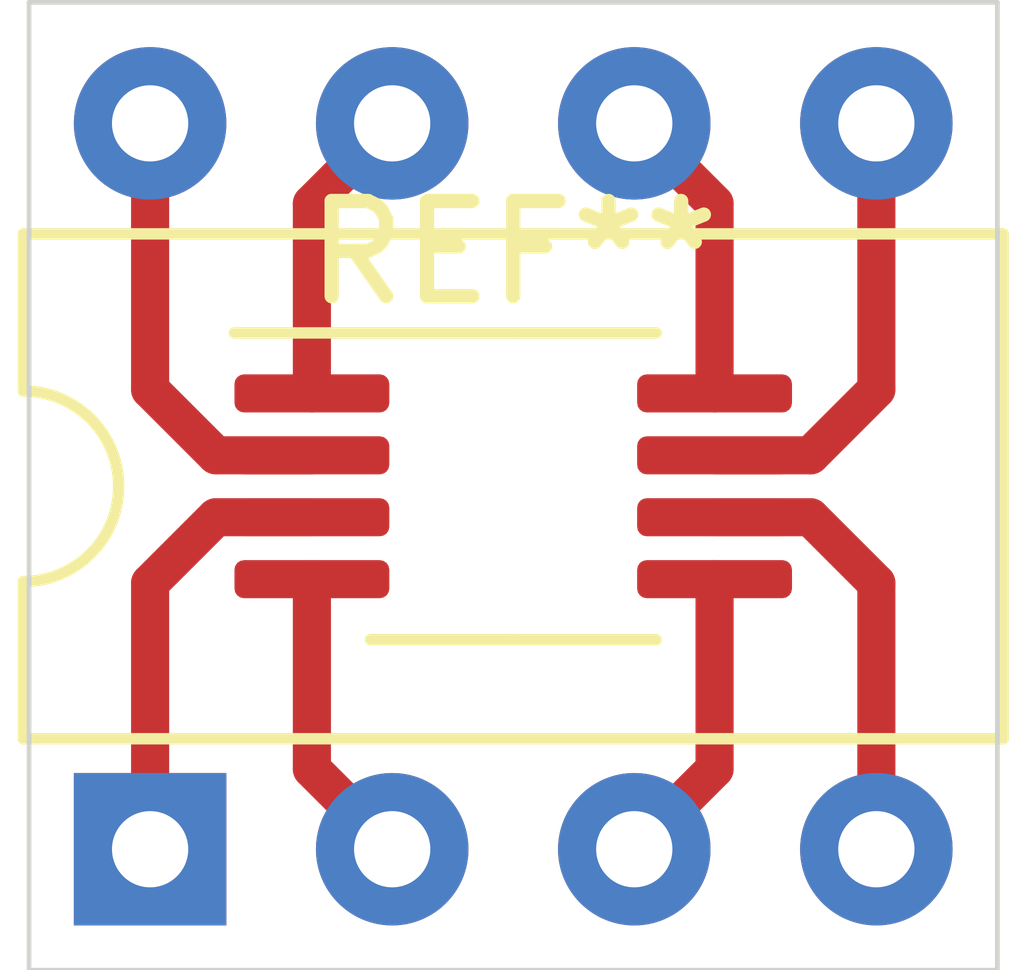
<source format=kicad_pcb>
(kicad_pcb (version 20171130) (host pcbnew "(5.1.9)-1")

  (general
    (thickness 1.6)
    (drawings 4)
    (tracks 20)
    (zones 0)
    (modules 2)
    (nets 1)
  )

  (page A4)
  (layers
    (0 F.Cu signal)
    (31 B.Cu signal hide)
    (32 B.Adhes user hide)
    (33 F.Adhes user hide)
    (34 B.Paste user hide)
    (35 F.Paste user hide)
    (36 B.SilkS user hide)
    (37 F.SilkS user hide)
    (38 B.Mask user hide)
    (39 F.Mask user hide)
    (40 Dwgs.User user hide)
    (41 Cmts.User user hide)
    (42 Eco1.User user hide)
    (43 Eco2.User user hide)
    (44 Edge.Cuts user)
    (45 Margin user hide)
    (46 B.CrtYd user hide)
    (47 F.CrtYd user hide)
    (48 B.Fab user hide)
    (49 F.Fab user hide)
  )

  (setup
    (last_trace_width 0.25)
    (user_trace_width 0.4)
    (trace_clearance 0.2)
    (zone_clearance 0.508)
    (zone_45_only no)
    (trace_min 0.2)
    (via_size 0.8)
    (via_drill 0.4)
    (via_min_size 0.4)
    (via_min_drill 0.3)
    (uvia_size 0.3)
    (uvia_drill 0.1)
    (uvias_allowed no)
    (uvia_min_size 0.2)
    (uvia_min_drill 0.1)
    (edge_width 0.05)
    (segment_width 0.2)
    (pcb_text_width 0.3)
    (pcb_text_size 1.5 1.5)
    (mod_edge_width 0.12)
    (mod_text_size 1 1)
    (mod_text_width 0.15)
    (pad_size 1.524 1.524)
    (pad_drill 0.762)
    (pad_to_mask_clearance 0)
    (aux_axis_origin 0 0)
    (visible_elements 7EFFFFFF)
    (pcbplotparams
      (layerselection 0x010fc_ffffffff)
      (usegerberextensions false)
      (usegerberattributes true)
      (usegerberadvancedattributes true)
      (creategerberjobfile true)
      (excludeedgelayer true)
      (linewidth 0.100000)
      (plotframeref false)
      (viasonmask false)
      (mode 1)
      (useauxorigin false)
      (hpglpennumber 1)
      (hpglpenspeed 20)
      (hpglpendiameter 15.000000)
      (psnegative false)
      (psa4output false)
      (plotreference true)
      (plotvalue true)
      (plotinvisibletext false)
      (padsonsilk false)
      (subtractmaskfromsilk false)
      (outputformat 1)
      (mirror false)
      (drillshape 0)
      (scaleselection 1)
      (outputdirectory "gbr/"))
  )

  (net 0 "")

  (net_class Default "This is the default net class."
    (clearance 0.2)
    (trace_width 0.25)
    (via_dia 0.8)
    (via_drill 0.4)
    (uvia_dia 0.3)
    (uvia_drill 0.1)
  )

  (module Package_DIP:DIP-8_W7.62mm (layer F.Cu) (tedit 5A02E8C5) (tstamp 60A09C9C)
    (at 1.27 -1.27 90)
    (descr "8-lead though-hole mounted DIP package, row spacing 7.62 mm (300 mils)")
    (tags "THT DIP DIL PDIP 2.54mm 7.62mm 300mil")
    (fp_text reference REF** (at 3.81 -2.33 90) (layer F.SilkS)
      (effects (font (size 1 1) (thickness 0.15)))
    )
    (fp_text value DIP-8_W7.62mm (at 3.81 9.95 90) (layer F.Fab)
      (effects (font (size 1 1) (thickness 0.15)))
    )
    (fp_line (start 8.7 -1.55) (end -1.1 -1.55) (layer F.CrtYd) (width 0.05))
    (fp_line (start 8.7 9.15) (end 8.7 -1.55) (layer F.CrtYd) (width 0.05))
    (fp_line (start -1.1 9.15) (end 8.7 9.15) (layer F.CrtYd) (width 0.05))
    (fp_line (start -1.1 -1.55) (end -1.1 9.15) (layer F.CrtYd) (width 0.05))
    (fp_line (start 6.46 -1.33) (end 4.81 -1.33) (layer F.SilkS) (width 0.12))
    (fp_line (start 6.46 8.95) (end 6.46 -1.33) (layer F.SilkS) (width 0.12))
    (fp_line (start 1.16 8.95) (end 6.46 8.95) (layer F.SilkS) (width 0.12))
    (fp_line (start 1.16 -1.33) (end 1.16 8.95) (layer F.SilkS) (width 0.12))
    (fp_line (start 2.81 -1.33) (end 1.16 -1.33) (layer F.SilkS) (width 0.12))
    (fp_line (start 0.635 -0.27) (end 1.635 -1.27) (layer F.Fab) (width 0.1))
    (fp_line (start 0.635 8.89) (end 0.635 -0.27) (layer F.Fab) (width 0.1))
    (fp_line (start 6.985 8.89) (end 0.635 8.89) (layer F.Fab) (width 0.1))
    (fp_line (start 6.985 -1.27) (end 6.985 8.89) (layer F.Fab) (width 0.1))
    (fp_line (start 1.635 -1.27) (end 6.985 -1.27) (layer F.Fab) (width 0.1))
    (fp_text user %R (at 3.81 3.81 90) (layer F.Fab)
      (effects (font (size 1 1) (thickness 0.15)))
    )
    (fp_arc (start 3.81 -1.33) (end 2.81 -1.33) (angle -180) (layer F.SilkS) (width 0.12))
    (pad 8 thru_hole oval (at 7.62 0 90) (size 1.6 1.6) (drill 0.8) (layers *.Cu *.Mask))
    (pad 4 thru_hole oval (at 0 7.62 90) (size 1.6 1.6) (drill 0.8) (layers *.Cu *.Mask))
    (pad 7 thru_hole oval (at 7.62 2.54 90) (size 1.6 1.6) (drill 0.8) (layers *.Cu *.Mask))
    (pad 3 thru_hole oval (at 0 5.08 90) (size 1.6 1.6) (drill 0.8) (layers *.Cu *.Mask))
    (pad 6 thru_hole oval (at 7.62 5.08 90) (size 1.6 1.6) (drill 0.8) (layers *.Cu *.Mask))
    (pad 2 thru_hole oval (at 0 2.54 90) (size 1.6 1.6) (drill 0.8) (layers *.Cu *.Mask))
    (pad 5 thru_hole oval (at 7.62 7.62 90) (size 1.6 1.6) (drill 0.8) (layers *.Cu *.Mask))
    (pad 1 thru_hole rect (at 0 0 90) (size 1.6 1.6) (drill 0.8) (layers *.Cu *.Mask))
    (model ${KISYS3DMOD}/Package_DIP.3dshapes/DIP-8_W7.62mm.wrl
      (at (xyz 0 0 0))
      (scale (xyz 1 1 1))
      (rotate (xyz 0 0 0))
    )
  )

  (module Package_SO:MSOP-8_3x3mm_P0.65mm (layer F.Cu) (tedit 5E509FDD) (tstamp 60A09A50)
    (at 5.08 -5.08)
    (descr "MSOP, 8 Pin (https://www.jedec.org/system/files/docs/mo-187F.pdf variant AA), generated with kicad-footprint-generator ipc_gullwing_generator.py")
    (tags "MSOP SO")
    (attr smd)
    (fp_text reference REF** (at 0 -2.45) (layer F.SilkS)
      (effects (font (size 1 1) (thickness 0.15)))
    )
    (fp_text value MSOP-8_3x3mm_P0.65mm (at 0 2.45) (layer F.Fab)
      (effects (font (size 1 1) (thickness 0.15)))
    )
    (fp_line (start 3.18 -1.75) (end -3.18 -1.75) (layer F.CrtYd) (width 0.05))
    (fp_line (start 3.18 1.75) (end 3.18 -1.75) (layer F.CrtYd) (width 0.05))
    (fp_line (start -3.18 1.75) (end 3.18 1.75) (layer F.CrtYd) (width 0.05))
    (fp_line (start -3.18 -1.75) (end -3.18 1.75) (layer F.CrtYd) (width 0.05))
    (fp_line (start -1.5 -0.75) (end -0.75 -1.5) (layer F.Fab) (width 0.1))
    (fp_line (start -1.5 1.5) (end -1.5 -0.75) (layer F.Fab) (width 0.1))
    (fp_line (start 1.5 1.5) (end -1.5 1.5) (layer F.Fab) (width 0.1))
    (fp_line (start 1.5 -1.5) (end 1.5 1.5) (layer F.Fab) (width 0.1))
    (fp_line (start -0.75 -1.5) (end 1.5 -1.5) (layer F.Fab) (width 0.1))
    (fp_line (start 0 -1.61) (end -2.925 -1.61) (layer F.SilkS) (width 0.12))
    (fp_line (start 0 -1.61) (end 1.5 -1.61) (layer F.SilkS) (width 0.12))
    (fp_line (start 0 1.61) (end -1.5 1.61) (layer F.SilkS) (width 0.12))
    (fp_line (start 0 1.61) (end 1.5 1.61) (layer F.SilkS) (width 0.12))
    (fp_text user %R (at 0 0) (layer F.Fab)
      (effects (font (size 0.75 0.75) (thickness 0.11)))
    )
    (pad 8 smd roundrect (at 2.1125 -0.975) (size 1.625 0.4) (layers F.Cu F.Paste F.Mask) (roundrect_rratio 0.25))
    (pad 7 smd roundrect (at 2.1125 -0.325) (size 1.625 0.4) (layers F.Cu F.Paste F.Mask) (roundrect_rratio 0.25))
    (pad 6 smd roundrect (at 2.1125 0.325) (size 1.625 0.4) (layers F.Cu F.Paste F.Mask) (roundrect_rratio 0.25))
    (pad 5 smd roundrect (at 2.1125 0.975) (size 1.625 0.4) (layers F.Cu F.Paste F.Mask) (roundrect_rratio 0.25))
    (pad 4 smd roundrect (at -2.1125 0.975) (size 1.625 0.4) (layers F.Cu F.Paste F.Mask) (roundrect_rratio 0.25))
    (pad 3 smd roundrect (at -2.1125 0.325) (size 1.625 0.4) (layers F.Cu F.Paste F.Mask) (roundrect_rratio 0.25))
    (pad 2 smd roundrect (at -2.1125 -0.325) (size 1.625 0.4) (layers F.Cu F.Paste F.Mask) (roundrect_rratio 0.25))
    (pad 1 smd roundrect (at -2.1125 -0.975) (size 1.625 0.4) (layers F.Cu F.Paste F.Mask) (roundrect_rratio 0.25))
    (model ${KISYS3DMOD}/Package_SO.3dshapes/MSOP-8_3x3mm_P0.65mm.wrl
      (at (xyz 0 0 0))
      (scale (xyz 1 1 1))
      (rotate (xyz 0 0 0))
    )
  )

  (gr_line (start 0 0) (end 0 -10.16) (layer Edge.Cuts) (width 0.05) (tstamp 60A09EC7))
  (gr_line (start 10.16 0) (end 0 0) (layer Edge.Cuts) (width 0.05))
  (gr_line (start 10.16 -10.16) (end 10.16 0) (layer Edge.Cuts) (width 0.05))
  (gr_line (start 0 -10.16) (end 10.16 -10.16) (layer Edge.Cuts) (width 0.05))

  (segment (start 7.1925 -8.0475) (end 6.35 -8.89) (width 0.4) (layer F.Cu) (net 0))
  (segment (start 7.1925 -6.055) (end 7.1925 -8.0475) (width 0.4) (layer F.Cu) (net 0))
  (segment (start 2.9675 -8.0475) (end 3.81 -8.89) (width 0.4) (layer F.Cu) (net 0))
  (segment (start 2.9675 -6.055) (end 2.9675 -8.0475) (width 0.4) (layer F.Cu) (net 0))
  (segment (start 7.1925 -2.1125) (end 6.35 -1.27) (width 0.4) (layer F.Cu) (net 0))
  (segment (start 7.1925 -4.105) (end 7.1925 -2.1125) (width 0.4) (layer F.Cu) (net 0))
  (segment (start 2.9675 -2.1125) (end 3.81 -1.27) (width 0.4) (layer F.Cu) (net 0))
  (segment (start 2.9675 -4.105) (end 2.9675 -2.1125) (width 0.4) (layer F.Cu) (net 0))
  (segment (start 8.89 -1.27) (end 8.89 -4.064) (width 0.4) (layer F.Cu) (net 0))
  (segment (start 8.199 -4.755) (end 7.1925 -4.755) (width 0.4) (layer F.Cu) (net 0))
  (segment (start 8.89 -4.064) (end 8.199 -4.755) (width 0.4) (layer F.Cu) (net 0))
  (segment (start 8.89 -8.89) (end 8.89 -6.096) (width 0.4) (layer F.Cu) (net 0))
  (segment (start 8.199 -5.405) (end 7.1925 -5.405) (width 0.4) (layer F.Cu) (net 0))
  (segment (start 8.89 -6.096) (end 8.199 -5.405) (width 0.4) (layer F.Cu) (net 0))
  (segment (start 1.27 -8.89) (end 1.27 -6.096) (width 0.4) (layer F.Cu) (net 0))
  (segment (start 1.961 -5.405) (end 2.9675 -5.405) (width 0.4) (layer F.Cu) (net 0))
  (segment (start 1.27 -6.096) (end 1.961 -5.405) (width 0.4) (layer F.Cu) (net 0))
  (segment (start 1.27 -1.27) (end 1.27 -4.064) (width 0.4) (layer F.Cu) (net 0))
  (segment (start 1.961 -4.755) (end 2.9675 -4.755) (width 0.4) (layer F.Cu) (net 0))
  (segment (start 1.27 -4.064) (end 1.961 -4.755) (width 0.4) (layer F.Cu) (net 0))

)

</source>
